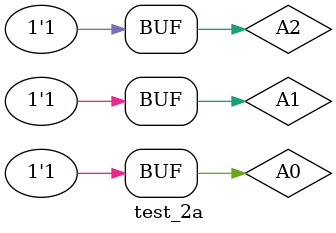
<source format=v>
`timescale 1ns / 1ps


module test_2a;

	// Inputs
	reg A0;
	reg A1;
	reg A2;

	// Outputs
	wire [7:0] led;

	// Instantiate the Unit Under Test (UUT)
	lab5_2a uut (
		.A0(A0), 
		.A1(A1), 
		.A2(A2), 
		.led(led)
	);

	initial begin
		// Initialize Inputs
		A0 = 0;
		A1 = 0;
		A2 = 0;
		// Add stimulus here
		#100;
		A0 = 1;
		A1 = 0;
		A2 = 0;
				#100;
		A0 = 0;
		A1 = 1;
		A2 = 0;
				#100;
		A0 = 1;
		A1 = 1;
		A2 = 0;
				#100;
		A0 = 0;
		A1 = 0;
		A2 = 1;
				#100;
		A0 = 1;
		A1 = 0;
		A2 = 1;
				#100;
		A0 = 0;
		A1 = 1;
		A2 = 1;
				#100;
		A0 = 1;
		A1 = 1;
		A2 = 1;
	end
      
endmodule


</source>
